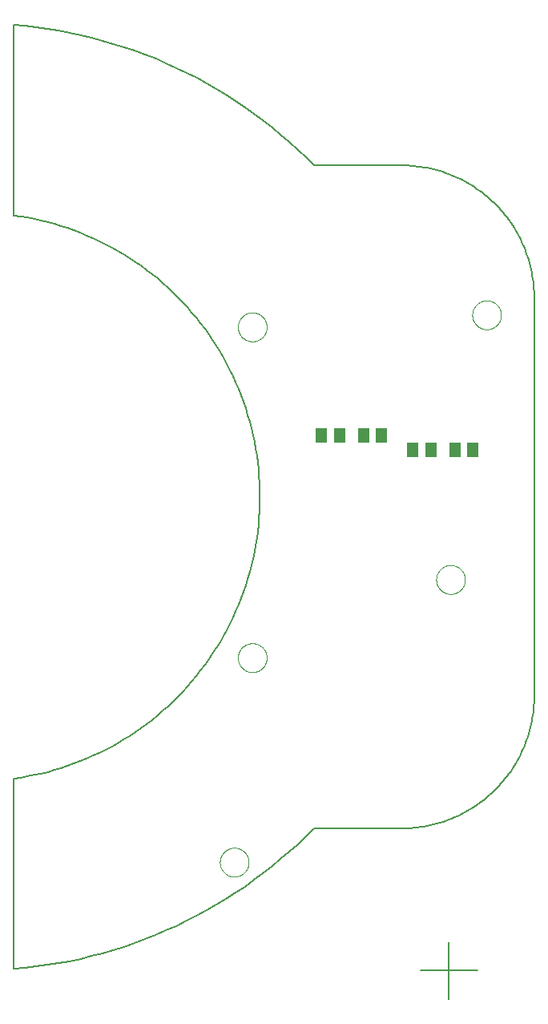
<source format=gbp>
G75*
%MOIN*%
%OFA0B0*%
%FSLAX25Y25*%
%IPPOS*%
%LPD*%
%AMOC8*
5,1,8,0,0,1.08239X$1,22.5*
%
%ADD10C,0.00600*%
%ADD11C,0.00000*%
%ADD12R,0.05118X0.05906*%
D10*
X0001300Y0013742D02*
X0001300Y0092906D01*
X0001300Y0013742D02*
X0005974Y0014173D01*
X0010636Y0014716D01*
X0015284Y0015369D01*
X0019914Y0016133D01*
X0024526Y0017008D01*
X0029115Y0017992D01*
X0033680Y0019085D01*
X0038217Y0020287D01*
X0042724Y0021596D01*
X0047198Y0023013D01*
X0051638Y0024536D01*
X0056040Y0026164D01*
X0060402Y0027897D01*
X0064721Y0029733D01*
X0068996Y0031672D01*
X0073223Y0033712D01*
X0077400Y0035852D01*
X0081525Y0038091D01*
X0085595Y0040428D01*
X0089609Y0042862D01*
X0093563Y0045390D01*
X0097456Y0048012D01*
X0101285Y0050726D01*
X0105049Y0053531D01*
X0108744Y0056424D01*
X0112370Y0059405D01*
X0115923Y0062471D01*
X0119403Y0065621D01*
X0122806Y0068854D01*
X0126131Y0072166D01*
X0162717Y0072166D01*
X0182402Y0024922D02*
X0182402Y0001300D01*
X0170591Y0013111D02*
X0194213Y0013111D01*
X0217835Y0127284D02*
X0217835Y0292639D01*
X0217819Y0293971D01*
X0217771Y0295302D01*
X0217690Y0296631D01*
X0217578Y0297959D01*
X0217433Y0299283D01*
X0217257Y0300603D01*
X0217048Y0301919D01*
X0216808Y0303229D01*
X0216536Y0304533D01*
X0216233Y0305830D01*
X0215899Y0307119D01*
X0215534Y0308400D01*
X0215137Y0309671D01*
X0214710Y0310933D01*
X0214253Y0312184D01*
X0213766Y0313424D01*
X0213249Y0314651D01*
X0212702Y0315866D01*
X0212126Y0317067D01*
X0211522Y0318254D01*
X0210888Y0319425D01*
X0210227Y0320582D01*
X0209538Y0321721D01*
X0208822Y0322844D01*
X0208078Y0323950D01*
X0207308Y0325037D01*
X0206513Y0326105D01*
X0205691Y0327153D01*
X0204845Y0328181D01*
X0203973Y0329189D01*
X0203078Y0330175D01*
X0202159Y0331140D01*
X0201218Y0332081D01*
X0200253Y0333000D01*
X0199267Y0333895D01*
X0198259Y0334767D01*
X0197231Y0335613D01*
X0196183Y0336435D01*
X0195115Y0337230D01*
X0194028Y0338000D01*
X0192922Y0338744D01*
X0191799Y0339460D01*
X0190660Y0340149D01*
X0189503Y0340810D01*
X0188332Y0341444D01*
X0187145Y0342048D01*
X0185944Y0342624D01*
X0184729Y0343171D01*
X0183502Y0343688D01*
X0182262Y0344175D01*
X0181011Y0344632D01*
X0179749Y0345059D01*
X0178478Y0345456D01*
X0177197Y0345821D01*
X0175908Y0346155D01*
X0174611Y0346458D01*
X0173307Y0346730D01*
X0171997Y0346970D01*
X0170681Y0347179D01*
X0169361Y0347355D01*
X0168037Y0347500D01*
X0166709Y0347612D01*
X0165380Y0347693D01*
X0164049Y0347741D01*
X0162717Y0347757D01*
X0126131Y0347757D01*
X0217835Y0127284D02*
X0217819Y0125952D01*
X0217771Y0124621D01*
X0217690Y0123292D01*
X0217578Y0121964D01*
X0217433Y0120640D01*
X0217257Y0119320D01*
X0217048Y0118004D01*
X0216808Y0116694D01*
X0216536Y0115390D01*
X0216233Y0114093D01*
X0215899Y0112804D01*
X0215534Y0111523D01*
X0215137Y0110252D01*
X0214710Y0108990D01*
X0214253Y0107739D01*
X0213766Y0106499D01*
X0213249Y0105272D01*
X0212702Y0104057D01*
X0212126Y0102856D01*
X0211522Y0101669D01*
X0210888Y0100498D01*
X0210227Y0099341D01*
X0209538Y0098202D01*
X0208822Y0097079D01*
X0208078Y0095973D01*
X0207308Y0094886D01*
X0206513Y0093818D01*
X0205691Y0092770D01*
X0204845Y0091742D01*
X0203973Y0090734D01*
X0203078Y0089748D01*
X0202159Y0088783D01*
X0201218Y0087842D01*
X0200253Y0086923D01*
X0199267Y0086028D01*
X0198259Y0085156D01*
X0197231Y0084310D01*
X0196183Y0083488D01*
X0195115Y0082693D01*
X0194028Y0081923D01*
X0192922Y0081179D01*
X0191799Y0080463D01*
X0190660Y0079774D01*
X0189503Y0079113D01*
X0188332Y0078479D01*
X0187145Y0077875D01*
X0185944Y0077299D01*
X0184729Y0076752D01*
X0183502Y0076235D01*
X0182262Y0075748D01*
X0181011Y0075291D01*
X0179749Y0074864D01*
X0178478Y0074467D01*
X0177197Y0074102D01*
X0175908Y0073768D01*
X0174611Y0073465D01*
X0173307Y0073193D01*
X0171997Y0072953D01*
X0170681Y0072744D01*
X0169361Y0072568D01*
X0168037Y0072423D01*
X0166709Y0072311D01*
X0165380Y0072230D01*
X0164049Y0072182D01*
X0162717Y0072166D01*
X0001300Y0092906D02*
X0004146Y0093324D01*
X0006981Y0093811D01*
X0009804Y0094368D01*
X0012612Y0094993D01*
X0015404Y0095686D01*
X0018178Y0096447D01*
X0020933Y0097275D01*
X0023667Y0098170D01*
X0026378Y0099131D01*
X0029065Y0100159D01*
X0031727Y0101251D01*
X0034361Y0102408D01*
X0036965Y0103628D01*
X0039540Y0104912D01*
X0042082Y0106258D01*
X0044591Y0107666D01*
X0047065Y0109134D01*
X0049502Y0110662D01*
X0051902Y0112249D01*
X0054262Y0113894D01*
X0056581Y0115596D01*
X0058858Y0117353D01*
X0061092Y0119166D01*
X0063281Y0121033D01*
X0065424Y0122952D01*
X0067519Y0124923D01*
X0069566Y0126945D01*
X0071563Y0129016D01*
X0073509Y0131134D01*
X0075402Y0133300D01*
X0077243Y0135511D01*
X0079029Y0137766D01*
X0080759Y0140064D01*
X0082433Y0142404D01*
X0084050Y0144783D01*
X0085608Y0147201D01*
X0087107Y0149657D01*
X0088545Y0152148D01*
X0089923Y0154674D01*
X0091238Y0157232D01*
X0092491Y0159821D01*
X0093681Y0162441D01*
X0094806Y0165088D01*
X0095866Y0167763D01*
X0096861Y0170462D01*
X0097790Y0173184D01*
X0098653Y0175929D01*
X0099448Y0178693D01*
X0100176Y0181477D01*
X0100835Y0184277D01*
X0101427Y0187092D01*
X0101949Y0189921D01*
X0102403Y0192762D01*
X0102787Y0195612D01*
X0103102Y0198472D01*
X0103347Y0201338D01*
X0103522Y0204210D01*
X0103627Y0207084D01*
X0103662Y0209961D01*
X0103627Y0212838D01*
X0103522Y0215712D01*
X0103347Y0218584D01*
X0103102Y0221450D01*
X0102787Y0224310D01*
X0102403Y0227160D01*
X0101949Y0230001D01*
X0101427Y0232830D01*
X0100835Y0235645D01*
X0100176Y0238445D01*
X0099448Y0241229D01*
X0098653Y0243993D01*
X0097790Y0246738D01*
X0096861Y0249460D01*
X0095866Y0252159D01*
X0094806Y0254834D01*
X0093681Y0257481D01*
X0092491Y0260101D01*
X0091238Y0262690D01*
X0089923Y0265248D01*
X0088545Y0267774D01*
X0087107Y0270265D01*
X0085608Y0272721D01*
X0084050Y0275139D01*
X0082433Y0277518D01*
X0080759Y0279858D01*
X0079029Y0282156D01*
X0077243Y0284411D01*
X0075402Y0286622D01*
X0073509Y0288788D01*
X0071563Y0290906D01*
X0069566Y0292977D01*
X0067519Y0294999D01*
X0065424Y0296970D01*
X0063281Y0298889D01*
X0061092Y0300756D01*
X0058858Y0302569D01*
X0056581Y0304326D01*
X0054262Y0306028D01*
X0051902Y0307673D01*
X0049502Y0309260D01*
X0047065Y0310788D01*
X0044591Y0312256D01*
X0042082Y0313664D01*
X0039540Y0315010D01*
X0036965Y0316294D01*
X0034361Y0317514D01*
X0031727Y0318671D01*
X0029065Y0319763D01*
X0026378Y0320791D01*
X0023667Y0321752D01*
X0020933Y0322647D01*
X0018178Y0323475D01*
X0015404Y0324236D01*
X0012612Y0324929D01*
X0009804Y0325554D01*
X0006981Y0326111D01*
X0004146Y0326598D01*
X0001300Y0327016D01*
X0001300Y0327017D02*
X0001300Y0406220D01*
X0005974Y0405787D01*
X0010636Y0405244D01*
X0015285Y0404589D01*
X0019916Y0403823D01*
X0024528Y0402948D01*
X0029117Y0401962D01*
X0033682Y0400868D01*
X0038219Y0399665D01*
X0042726Y0398354D01*
X0047201Y0396936D01*
X0051641Y0395412D01*
X0056043Y0393782D01*
X0060405Y0392048D01*
X0064725Y0390210D01*
X0068999Y0388270D01*
X0073226Y0386229D01*
X0077403Y0384087D01*
X0081528Y0381847D01*
X0085598Y0379508D01*
X0089612Y0377074D01*
X0093566Y0374544D01*
X0097458Y0371921D01*
X0101288Y0369205D01*
X0105051Y0366400D01*
X0108746Y0363505D01*
X0112371Y0360523D01*
X0115924Y0357455D01*
X0119403Y0354304D01*
X0122806Y0351070D01*
X0126131Y0347756D01*
D11*
X0094552Y0280611D02*
X0094554Y0280765D01*
X0094560Y0280920D01*
X0094570Y0281074D01*
X0094584Y0281228D01*
X0094602Y0281381D01*
X0094623Y0281534D01*
X0094649Y0281687D01*
X0094679Y0281838D01*
X0094712Y0281989D01*
X0094750Y0282139D01*
X0094791Y0282288D01*
X0094836Y0282436D01*
X0094885Y0282582D01*
X0094938Y0282728D01*
X0094994Y0282871D01*
X0095054Y0283014D01*
X0095118Y0283154D01*
X0095185Y0283294D01*
X0095256Y0283431D01*
X0095330Y0283566D01*
X0095408Y0283700D01*
X0095489Y0283831D01*
X0095574Y0283960D01*
X0095662Y0284088D01*
X0095753Y0284212D01*
X0095847Y0284335D01*
X0095945Y0284455D01*
X0096045Y0284572D01*
X0096149Y0284687D01*
X0096255Y0284799D01*
X0096364Y0284908D01*
X0096476Y0285014D01*
X0096591Y0285118D01*
X0096708Y0285218D01*
X0096828Y0285316D01*
X0096951Y0285410D01*
X0097075Y0285501D01*
X0097203Y0285589D01*
X0097332Y0285674D01*
X0097463Y0285755D01*
X0097597Y0285833D01*
X0097732Y0285907D01*
X0097869Y0285978D01*
X0098009Y0286045D01*
X0098149Y0286109D01*
X0098292Y0286169D01*
X0098435Y0286225D01*
X0098581Y0286278D01*
X0098727Y0286327D01*
X0098875Y0286372D01*
X0099024Y0286413D01*
X0099174Y0286451D01*
X0099325Y0286484D01*
X0099476Y0286514D01*
X0099629Y0286540D01*
X0099782Y0286561D01*
X0099935Y0286579D01*
X0100089Y0286593D01*
X0100243Y0286603D01*
X0100398Y0286609D01*
X0100552Y0286611D01*
X0100706Y0286609D01*
X0100861Y0286603D01*
X0101015Y0286593D01*
X0101169Y0286579D01*
X0101322Y0286561D01*
X0101475Y0286540D01*
X0101628Y0286514D01*
X0101779Y0286484D01*
X0101930Y0286451D01*
X0102080Y0286413D01*
X0102229Y0286372D01*
X0102377Y0286327D01*
X0102523Y0286278D01*
X0102669Y0286225D01*
X0102812Y0286169D01*
X0102955Y0286109D01*
X0103095Y0286045D01*
X0103235Y0285978D01*
X0103372Y0285907D01*
X0103507Y0285833D01*
X0103641Y0285755D01*
X0103772Y0285674D01*
X0103901Y0285589D01*
X0104029Y0285501D01*
X0104153Y0285410D01*
X0104276Y0285316D01*
X0104396Y0285218D01*
X0104513Y0285118D01*
X0104628Y0285014D01*
X0104740Y0284908D01*
X0104849Y0284799D01*
X0104955Y0284687D01*
X0105059Y0284572D01*
X0105159Y0284455D01*
X0105257Y0284335D01*
X0105351Y0284212D01*
X0105442Y0284088D01*
X0105530Y0283960D01*
X0105615Y0283831D01*
X0105696Y0283700D01*
X0105774Y0283566D01*
X0105848Y0283431D01*
X0105919Y0283294D01*
X0105986Y0283154D01*
X0106050Y0283014D01*
X0106110Y0282871D01*
X0106166Y0282728D01*
X0106219Y0282582D01*
X0106268Y0282436D01*
X0106313Y0282288D01*
X0106354Y0282139D01*
X0106392Y0281989D01*
X0106425Y0281838D01*
X0106455Y0281687D01*
X0106481Y0281534D01*
X0106502Y0281381D01*
X0106520Y0281228D01*
X0106534Y0281074D01*
X0106544Y0280920D01*
X0106550Y0280765D01*
X0106552Y0280611D01*
X0106550Y0280457D01*
X0106544Y0280302D01*
X0106534Y0280148D01*
X0106520Y0279994D01*
X0106502Y0279841D01*
X0106481Y0279688D01*
X0106455Y0279535D01*
X0106425Y0279384D01*
X0106392Y0279233D01*
X0106354Y0279083D01*
X0106313Y0278934D01*
X0106268Y0278786D01*
X0106219Y0278640D01*
X0106166Y0278494D01*
X0106110Y0278351D01*
X0106050Y0278208D01*
X0105986Y0278068D01*
X0105919Y0277928D01*
X0105848Y0277791D01*
X0105774Y0277656D01*
X0105696Y0277522D01*
X0105615Y0277391D01*
X0105530Y0277262D01*
X0105442Y0277134D01*
X0105351Y0277010D01*
X0105257Y0276887D01*
X0105159Y0276767D01*
X0105059Y0276650D01*
X0104955Y0276535D01*
X0104849Y0276423D01*
X0104740Y0276314D01*
X0104628Y0276208D01*
X0104513Y0276104D01*
X0104396Y0276004D01*
X0104276Y0275906D01*
X0104153Y0275812D01*
X0104029Y0275721D01*
X0103901Y0275633D01*
X0103772Y0275548D01*
X0103641Y0275467D01*
X0103507Y0275389D01*
X0103372Y0275315D01*
X0103235Y0275244D01*
X0103095Y0275177D01*
X0102955Y0275113D01*
X0102812Y0275053D01*
X0102669Y0274997D01*
X0102523Y0274944D01*
X0102377Y0274895D01*
X0102229Y0274850D01*
X0102080Y0274809D01*
X0101930Y0274771D01*
X0101779Y0274738D01*
X0101628Y0274708D01*
X0101475Y0274682D01*
X0101322Y0274661D01*
X0101169Y0274643D01*
X0101015Y0274629D01*
X0100861Y0274619D01*
X0100706Y0274613D01*
X0100552Y0274611D01*
X0100398Y0274613D01*
X0100243Y0274619D01*
X0100089Y0274629D01*
X0099935Y0274643D01*
X0099782Y0274661D01*
X0099629Y0274682D01*
X0099476Y0274708D01*
X0099325Y0274738D01*
X0099174Y0274771D01*
X0099024Y0274809D01*
X0098875Y0274850D01*
X0098727Y0274895D01*
X0098581Y0274944D01*
X0098435Y0274997D01*
X0098292Y0275053D01*
X0098149Y0275113D01*
X0098009Y0275177D01*
X0097869Y0275244D01*
X0097732Y0275315D01*
X0097597Y0275389D01*
X0097463Y0275467D01*
X0097332Y0275548D01*
X0097203Y0275633D01*
X0097075Y0275721D01*
X0096951Y0275812D01*
X0096828Y0275906D01*
X0096708Y0276004D01*
X0096591Y0276104D01*
X0096476Y0276208D01*
X0096364Y0276314D01*
X0096255Y0276423D01*
X0096149Y0276535D01*
X0096045Y0276650D01*
X0095945Y0276767D01*
X0095847Y0276887D01*
X0095753Y0277010D01*
X0095662Y0277134D01*
X0095574Y0277262D01*
X0095489Y0277391D01*
X0095408Y0277522D01*
X0095330Y0277656D01*
X0095256Y0277791D01*
X0095185Y0277928D01*
X0095118Y0278068D01*
X0095054Y0278208D01*
X0094994Y0278351D01*
X0094938Y0278494D01*
X0094885Y0278640D01*
X0094836Y0278786D01*
X0094791Y0278934D01*
X0094750Y0279083D01*
X0094712Y0279233D01*
X0094679Y0279384D01*
X0094649Y0279535D01*
X0094623Y0279688D01*
X0094602Y0279841D01*
X0094584Y0279994D01*
X0094570Y0280148D01*
X0094560Y0280302D01*
X0094554Y0280457D01*
X0094552Y0280611D01*
X0094552Y0143111D02*
X0094554Y0143265D01*
X0094560Y0143420D01*
X0094570Y0143574D01*
X0094584Y0143728D01*
X0094602Y0143881D01*
X0094623Y0144034D01*
X0094649Y0144187D01*
X0094679Y0144338D01*
X0094712Y0144489D01*
X0094750Y0144639D01*
X0094791Y0144788D01*
X0094836Y0144936D01*
X0094885Y0145082D01*
X0094938Y0145228D01*
X0094994Y0145371D01*
X0095054Y0145514D01*
X0095118Y0145654D01*
X0095185Y0145794D01*
X0095256Y0145931D01*
X0095330Y0146066D01*
X0095408Y0146200D01*
X0095489Y0146331D01*
X0095574Y0146460D01*
X0095662Y0146588D01*
X0095753Y0146712D01*
X0095847Y0146835D01*
X0095945Y0146955D01*
X0096045Y0147072D01*
X0096149Y0147187D01*
X0096255Y0147299D01*
X0096364Y0147408D01*
X0096476Y0147514D01*
X0096591Y0147618D01*
X0096708Y0147718D01*
X0096828Y0147816D01*
X0096951Y0147910D01*
X0097075Y0148001D01*
X0097203Y0148089D01*
X0097332Y0148174D01*
X0097463Y0148255D01*
X0097597Y0148333D01*
X0097732Y0148407D01*
X0097869Y0148478D01*
X0098009Y0148545D01*
X0098149Y0148609D01*
X0098292Y0148669D01*
X0098435Y0148725D01*
X0098581Y0148778D01*
X0098727Y0148827D01*
X0098875Y0148872D01*
X0099024Y0148913D01*
X0099174Y0148951D01*
X0099325Y0148984D01*
X0099476Y0149014D01*
X0099629Y0149040D01*
X0099782Y0149061D01*
X0099935Y0149079D01*
X0100089Y0149093D01*
X0100243Y0149103D01*
X0100398Y0149109D01*
X0100552Y0149111D01*
X0100706Y0149109D01*
X0100861Y0149103D01*
X0101015Y0149093D01*
X0101169Y0149079D01*
X0101322Y0149061D01*
X0101475Y0149040D01*
X0101628Y0149014D01*
X0101779Y0148984D01*
X0101930Y0148951D01*
X0102080Y0148913D01*
X0102229Y0148872D01*
X0102377Y0148827D01*
X0102523Y0148778D01*
X0102669Y0148725D01*
X0102812Y0148669D01*
X0102955Y0148609D01*
X0103095Y0148545D01*
X0103235Y0148478D01*
X0103372Y0148407D01*
X0103507Y0148333D01*
X0103641Y0148255D01*
X0103772Y0148174D01*
X0103901Y0148089D01*
X0104029Y0148001D01*
X0104153Y0147910D01*
X0104276Y0147816D01*
X0104396Y0147718D01*
X0104513Y0147618D01*
X0104628Y0147514D01*
X0104740Y0147408D01*
X0104849Y0147299D01*
X0104955Y0147187D01*
X0105059Y0147072D01*
X0105159Y0146955D01*
X0105257Y0146835D01*
X0105351Y0146712D01*
X0105442Y0146588D01*
X0105530Y0146460D01*
X0105615Y0146331D01*
X0105696Y0146200D01*
X0105774Y0146066D01*
X0105848Y0145931D01*
X0105919Y0145794D01*
X0105986Y0145654D01*
X0106050Y0145514D01*
X0106110Y0145371D01*
X0106166Y0145228D01*
X0106219Y0145082D01*
X0106268Y0144936D01*
X0106313Y0144788D01*
X0106354Y0144639D01*
X0106392Y0144489D01*
X0106425Y0144338D01*
X0106455Y0144187D01*
X0106481Y0144034D01*
X0106502Y0143881D01*
X0106520Y0143728D01*
X0106534Y0143574D01*
X0106544Y0143420D01*
X0106550Y0143265D01*
X0106552Y0143111D01*
X0106550Y0142957D01*
X0106544Y0142802D01*
X0106534Y0142648D01*
X0106520Y0142494D01*
X0106502Y0142341D01*
X0106481Y0142188D01*
X0106455Y0142035D01*
X0106425Y0141884D01*
X0106392Y0141733D01*
X0106354Y0141583D01*
X0106313Y0141434D01*
X0106268Y0141286D01*
X0106219Y0141140D01*
X0106166Y0140994D01*
X0106110Y0140851D01*
X0106050Y0140708D01*
X0105986Y0140568D01*
X0105919Y0140428D01*
X0105848Y0140291D01*
X0105774Y0140156D01*
X0105696Y0140022D01*
X0105615Y0139891D01*
X0105530Y0139762D01*
X0105442Y0139634D01*
X0105351Y0139510D01*
X0105257Y0139387D01*
X0105159Y0139267D01*
X0105059Y0139150D01*
X0104955Y0139035D01*
X0104849Y0138923D01*
X0104740Y0138814D01*
X0104628Y0138708D01*
X0104513Y0138604D01*
X0104396Y0138504D01*
X0104276Y0138406D01*
X0104153Y0138312D01*
X0104029Y0138221D01*
X0103901Y0138133D01*
X0103772Y0138048D01*
X0103641Y0137967D01*
X0103507Y0137889D01*
X0103372Y0137815D01*
X0103235Y0137744D01*
X0103095Y0137677D01*
X0102955Y0137613D01*
X0102812Y0137553D01*
X0102669Y0137497D01*
X0102523Y0137444D01*
X0102377Y0137395D01*
X0102229Y0137350D01*
X0102080Y0137309D01*
X0101930Y0137271D01*
X0101779Y0137238D01*
X0101628Y0137208D01*
X0101475Y0137182D01*
X0101322Y0137161D01*
X0101169Y0137143D01*
X0101015Y0137129D01*
X0100861Y0137119D01*
X0100706Y0137113D01*
X0100552Y0137111D01*
X0100398Y0137113D01*
X0100243Y0137119D01*
X0100089Y0137129D01*
X0099935Y0137143D01*
X0099782Y0137161D01*
X0099629Y0137182D01*
X0099476Y0137208D01*
X0099325Y0137238D01*
X0099174Y0137271D01*
X0099024Y0137309D01*
X0098875Y0137350D01*
X0098727Y0137395D01*
X0098581Y0137444D01*
X0098435Y0137497D01*
X0098292Y0137553D01*
X0098149Y0137613D01*
X0098009Y0137677D01*
X0097869Y0137744D01*
X0097732Y0137815D01*
X0097597Y0137889D01*
X0097463Y0137967D01*
X0097332Y0138048D01*
X0097203Y0138133D01*
X0097075Y0138221D01*
X0096951Y0138312D01*
X0096828Y0138406D01*
X0096708Y0138504D01*
X0096591Y0138604D01*
X0096476Y0138708D01*
X0096364Y0138814D01*
X0096255Y0138923D01*
X0096149Y0139035D01*
X0096045Y0139150D01*
X0095945Y0139267D01*
X0095847Y0139387D01*
X0095753Y0139510D01*
X0095662Y0139634D01*
X0095574Y0139762D01*
X0095489Y0139891D01*
X0095408Y0140022D01*
X0095330Y0140156D01*
X0095256Y0140291D01*
X0095185Y0140428D01*
X0095118Y0140568D01*
X0095054Y0140708D01*
X0094994Y0140851D01*
X0094938Y0140994D01*
X0094885Y0141140D01*
X0094836Y0141286D01*
X0094791Y0141434D01*
X0094750Y0141583D01*
X0094712Y0141733D01*
X0094679Y0141884D01*
X0094649Y0142035D01*
X0094623Y0142188D01*
X0094602Y0142341D01*
X0094584Y0142494D01*
X0094570Y0142648D01*
X0094560Y0142802D01*
X0094554Y0142957D01*
X0094552Y0143111D01*
X0087052Y0058111D02*
X0087054Y0058265D01*
X0087060Y0058420D01*
X0087070Y0058574D01*
X0087084Y0058728D01*
X0087102Y0058881D01*
X0087123Y0059034D01*
X0087149Y0059187D01*
X0087179Y0059338D01*
X0087212Y0059489D01*
X0087250Y0059639D01*
X0087291Y0059788D01*
X0087336Y0059936D01*
X0087385Y0060082D01*
X0087438Y0060228D01*
X0087494Y0060371D01*
X0087554Y0060514D01*
X0087618Y0060654D01*
X0087685Y0060794D01*
X0087756Y0060931D01*
X0087830Y0061066D01*
X0087908Y0061200D01*
X0087989Y0061331D01*
X0088074Y0061460D01*
X0088162Y0061588D01*
X0088253Y0061712D01*
X0088347Y0061835D01*
X0088445Y0061955D01*
X0088545Y0062072D01*
X0088649Y0062187D01*
X0088755Y0062299D01*
X0088864Y0062408D01*
X0088976Y0062514D01*
X0089091Y0062618D01*
X0089208Y0062718D01*
X0089328Y0062816D01*
X0089451Y0062910D01*
X0089575Y0063001D01*
X0089703Y0063089D01*
X0089832Y0063174D01*
X0089963Y0063255D01*
X0090097Y0063333D01*
X0090232Y0063407D01*
X0090369Y0063478D01*
X0090509Y0063545D01*
X0090649Y0063609D01*
X0090792Y0063669D01*
X0090935Y0063725D01*
X0091081Y0063778D01*
X0091227Y0063827D01*
X0091375Y0063872D01*
X0091524Y0063913D01*
X0091674Y0063951D01*
X0091825Y0063984D01*
X0091976Y0064014D01*
X0092129Y0064040D01*
X0092282Y0064061D01*
X0092435Y0064079D01*
X0092589Y0064093D01*
X0092743Y0064103D01*
X0092898Y0064109D01*
X0093052Y0064111D01*
X0093206Y0064109D01*
X0093361Y0064103D01*
X0093515Y0064093D01*
X0093669Y0064079D01*
X0093822Y0064061D01*
X0093975Y0064040D01*
X0094128Y0064014D01*
X0094279Y0063984D01*
X0094430Y0063951D01*
X0094580Y0063913D01*
X0094729Y0063872D01*
X0094877Y0063827D01*
X0095023Y0063778D01*
X0095169Y0063725D01*
X0095312Y0063669D01*
X0095455Y0063609D01*
X0095595Y0063545D01*
X0095735Y0063478D01*
X0095872Y0063407D01*
X0096007Y0063333D01*
X0096141Y0063255D01*
X0096272Y0063174D01*
X0096401Y0063089D01*
X0096529Y0063001D01*
X0096653Y0062910D01*
X0096776Y0062816D01*
X0096896Y0062718D01*
X0097013Y0062618D01*
X0097128Y0062514D01*
X0097240Y0062408D01*
X0097349Y0062299D01*
X0097455Y0062187D01*
X0097559Y0062072D01*
X0097659Y0061955D01*
X0097757Y0061835D01*
X0097851Y0061712D01*
X0097942Y0061588D01*
X0098030Y0061460D01*
X0098115Y0061331D01*
X0098196Y0061200D01*
X0098274Y0061066D01*
X0098348Y0060931D01*
X0098419Y0060794D01*
X0098486Y0060654D01*
X0098550Y0060514D01*
X0098610Y0060371D01*
X0098666Y0060228D01*
X0098719Y0060082D01*
X0098768Y0059936D01*
X0098813Y0059788D01*
X0098854Y0059639D01*
X0098892Y0059489D01*
X0098925Y0059338D01*
X0098955Y0059187D01*
X0098981Y0059034D01*
X0099002Y0058881D01*
X0099020Y0058728D01*
X0099034Y0058574D01*
X0099044Y0058420D01*
X0099050Y0058265D01*
X0099052Y0058111D01*
X0099050Y0057957D01*
X0099044Y0057802D01*
X0099034Y0057648D01*
X0099020Y0057494D01*
X0099002Y0057341D01*
X0098981Y0057188D01*
X0098955Y0057035D01*
X0098925Y0056884D01*
X0098892Y0056733D01*
X0098854Y0056583D01*
X0098813Y0056434D01*
X0098768Y0056286D01*
X0098719Y0056140D01*
X0098666Y0055994D01*
X0098610Y0055851D01*
X0098550Y0055708D01*
X0098486Y0055568D01*
X0098419Y0055428D01*
X0098348Y0055291D01*
X0098274Y0055156D01*
X0098196Y0055022D01*
X0098115Y0054891D01*
X0098030Y0054762D01*
X0097942Y0054634D01*
X0097851Y0054510D01*
X0097757Y0054387D01*
X0097659Y0054267D01*
X0097559Y0054150D01*
X0097455Y0054035D01*
X0097349Y0053923D01*
X0097240Y0053814D01*
X0097128Y0053708D01*
X0097013Y0053604D01*
X0096896Y0053504D01*
X0096776Y0053406D01*
X0096653Y0053312D01*
X0096529Y0053221D01*
X0096401Y0053133D01*
X0096272Y0053048D01*
X0096141Y0052967D01*
X0096007Y0052889D01*
X0095872Y0052815D01*
X0095735Y0052744D01*
X0095595Y0052677D01*
X0095455Y0052613D01*
X0095312Y0052553D01*
X0095169Y0052497D01*
X0095023Y0052444D01*
X0094877Y0052395D01*
X0094729Y0052350D01*
X0094580Y0052309D01*
X0094430Y0052271D01*
X0094279Y0052238D01*
X0094128Y0052208D01*
X0093975Y0052182D01*
X0093822Y0052161D01*
X0093669Y0052143D01*
X0093515Y0052129D01*
X0093361Y0052119D01*
X0093206Y0052113D01*
X0093052Y0052111D01*
X0092898Y0052113D01*
X0092743Y0052119D01*
X0092589Y0052129D01*
X0092435Y0052143D01*
X0092282Y0052161D01*
X0092129Y0052182D01*
X0091976Y0052208D01*
X0091825Y0052238D01*
X0091674Y0052271D01*
X0091524Y0052309D01*
X0091375Y0052350D01*
X0091227Y0052395D01*
X0091081Y0052444D01*
X0090935Y0052497D01*
X0090792Y0052553D01*
X0090649Y0052613D01*
X0090509Y0052677D01*
X0090369Y0052744D01*
X0090232Y0052815D01*
X0090097Y0052889D01*
X0089963Y0052967D01*
X0089832Y0053048D01*
X0089703Y0053133D01*
X0089575Y0053221D01*
X0089451Y0053312D01*
X0089328Y0053406D01*
X0089208Y0053504D01*
X0089091Y0053604D01*
X0088976Y0053708D01*
X0088864Y0053814D01*
X0088755Y0053923D01*
X0088649Y0054035D01*
X0088545Y0054150D01*
X0088445Y0054267D01*
X0088347Y0054387D01*
X0088253Y0054510D01*
X0088162Y0054634D01*
X0088074Y0054762D01*
X0087989Y0054891D01*
X0087908Y0055022D01*
X0087830Y0055156D01*
X0087756Y0055291D01*
X0087685Y0055428D01*
X0087618Y0055568D01*
X0087554Y0055708D01*
X0087494Y0055851D01*
X0087438Y0055994D01*
X0087385Y0056140D01*
X0087336Y0056286D01*
X0087291Y0056434D01*
X0087250Y0056583D01*
X0087212Y0056733D01*
X0087179Y0056884D01*
X0087149Y0057035D01*
X0087123Y0057188D01*
X0087102Y0057341D01*
X0087084Y0057494D01*
X0087070Y0057648D01*
X0087060Y0057802D01*
X0087054Y0057957D01*
X0087052Y0058111D01*
X0177052Y0175611D02*
X0177054Y0175765D01*
X0177060Y0175920D01*
X0177070Y0176074D01*
X0177084Y0176228D01*
X0177102Y0176381D01*
X0177123Y0176534D01*
X0177149Y0176687D01*
X0177179Y0176838D01*
X0177212Y0176989D01*
X0177250Y0177139D01*
X0177291Y0177288D01*
X0177336Y0177436D01*
X0177385Y0177582D01*
X0177438Y0177728D01*
X0177494Y0177871D01*
X0177554Y0178014D01*
X0177618Y0178154D01*
X0177685Y0178294D01*
X0177756Y0178431D01*
X0177830Y0178566D01*
X0177908Y0178700D01*
X0177989Y0178831D01*
X0178074Y0178960D01*
X0178162Y0179088D01*
X0178253Y0179212D01*
X0178347Y0179335D01*
X0178445Y0179455D01*
X0178545Y0179572D01*
X0178649Y0179687D01*
X0178755Y0179799D01*
X0178864Y0179908D01*
X0178976Y0180014D01*
X0179091Y0180118D01*
X0179208Y0180218D01*
X0179328Y0180316D01*
X0179451Y0180410D01*
X0179575Y0180501D01*
X0179703Y0180589D01*
X0179832Y0180674D01*
X0179963Y0180755D01*
X0180097Y0180833D01*
X0180232Y0180907D01*
X0180369Y0180978D01*
X0180509Y0181045D01*
X0180649Y0181109D01*
X0180792Y0181169D01*
X0180935Y0181225D01*
X0181081Y0181278D01*
X0181227Y0181327D01*
X0181375Y0181372D01*
X0181524Y0181413D01*
X0181674Y0181451D01*
X0181825Y0181484D01*
X0181976Y0181514D01*
X0182129Y0181540D01*
X0182282Y0181561D01*
X0182435Y0181579D01*
X0182589Y0181593D01*
X0182743Y0181603D01*
X0182898Y0181609D01*
X0183052Y0181611D01*
X0183206Y0181609D01*
X0183361Y0181603D01*
X0183515Y0181593D01*
X0183669Y0181579D01*
X0183822Y0181561D01*
X0183975Y0181540D01*
X0184128Y0181514D01*
X0184279Y0181484D01*
X0184430Y0181451D01*
X0184580Y0181413D01*
X0184729Y0181372D01*
X0184877Y0181327D01*
X0185023Y0181278D01*
X0185169Y0181225D01*
X0185312Y0181169D01*
X0185455Y0181109D01*
X0185595Y0181045D01*
X0185735Y0180978D01*
X0185872Y0180907D01*
X0186007Y0180833D01*
X0186141Y0180755D01*
X0186272Y0180674D01*
X0186401Y0180589D01*
X0186529Y0180501D01*
X0186653Y0180410D01*
X0186776Y0180316D01*
X0186896Y0180218D01*
X0187013Y0180118D01*
X0187128Y0180014D01*
X0187240Y0179908D01*
X0187349Y0179799D01*
X0187455Y0179687D01*
X0187559Y0179572D01*
X0187659Y0179455D01*
X0187757Y0179335D01*
X0187851Y0179212D01*
X0187942Y0179088D01*
X0188030Y0178960D01*
X0188115Y0178831D01*
X0188196Y0178700D01*
X0188274Y0178566D01*
X0188348Y0178431D01*
X0188419Y0178294D01*
X0188486Y0178154D01*
X0188550Y0178014D01*
X0188610Y0177871D01*
X0188666Y0177728D01*
X0188719Y0177582D01*
X0188768Y0177436D01*
X0188813Y0177288D01*
X0188854Y0177139D01*
X0188892Y0176989D01*
X0188925Y0176838D01*
X0188955Y0176687D01*
X0188981Y0176534D01*
X0189002Y0176381D01*
X0189020Y0176228D01*
X0189034Y0176074D01*
X0189044Y0175920D01*
X0189050Y0175765D01*
X0189052Y0175611D01*
X0189050Y0175457D01*
X0189044Y0175302D01*
X0189034Y0175148D01*
X0189020Y0174994D01*
X0189002Y0174841D01*
X0188981Y0174688D01*
X0188955Y0174535D01*
X0188925Y0174384D01*
X0188892Y0174233D01*
X0188854Y0174083D01*
X0188813Y0173934D01*
X0188768Y0173786D01*
X0188719Y0173640D01*
X0188666Y0173494D01*
X0188610Y0173351D01*
X0188550Y0173208D01*
X0188486Y0173068D01*
X0188419Y0172928D01*
X0188348Y0172791D01*
X0188274Y0172656D01*
X0188196Y0172522D01*
X0188115Y0172391D01*
X0188030Y0172262D01*
X0187942Y0172134D01*
X0187851Y0172010D01*
X0187757Y0171887D01*
X0187659Y0171767D01*
X0187559Y0171650D01*
X0187455Y0171535D01*
X0187349Y0171423D01*
X0187240Y0171314D01*
X0187128Y0171208D01*
X0187013Y0171104D01*
X0186896Y0171004D01*
X0186776Y0170906D01*
X0186653Y0170812D01*
X0186529Y0170721D01*
X0186401Y0170633D01*
X0186272Y0170548D01*
X0186141Y0170467D01*
X0186007Y0170389D01*
X0185872Y0170315D01*
X0185735Y0170244D01*
X0185595Y0170177D01*
X0185455Y0170113D01*
X0185312Y0170053D01*
X0185169Y0169997D01*
X0185023Y0169944D01*
X0184877Y0169895D01*
X0184729Y0169850D01*
X0184580Y0169809D01*
X0184430Y0169771D01*
X0184279Y0169738D01*
X0184128Y0169708D01*
X0183975Y0169682D01*
X0183822Y0169661D01*
X0183669Y0169643D01*
X0183515Y0169629D01*
X0183361Y0169619D01*
X0183206Y0169613D01*
X0183052Y0169611D01*
X0182898Y0169613D01*
X0182743Y0169619D01*
X0182589Y0169629D01*
X0182435Y0169643D01*
X0182282Y0169661D01*
X0182129Y0169682D01*
X0181976Y0169708D01*
X0181825Y0169738D01*
X0181674Y0169771D01*
X0181524Y0169809D01*
X0181375Y0169850D01*
X0181227Y0169895D01*
X0181081Y0169944D01*
X0180935Y0169997D01*
X0180792Y0170053D01*
X0180649Y0170113D01*
X0180509Y0170177D01*
X0180369Y0170244D01*
X0180232Y0170315D01*
X0180097Y0170389D01*
X0179963Y0170467D01*
X0179832Y0170548D01*
X0179703Y0170633D01*
X0179575Y0170721D01*
X0179451Y0170812D01*
X0179328Y0170906D01*
X0179208Y0171004D01*
X0179091Y0171104D01*
X0178976Y0171208D01*
X0178864Y0171314D01*
X0178755Y0171423D01*
X0178649Y0171535D01*
X0178545Y0171650D01*
X0178445Y0171767D01*
X0178347Y0171887D01*
X0178253Y0172010D01*
X0178162Y0172134D01*
X0178074Y0172262D01*
X0177989Y0172391D01*
X0177908Y0172522D01*
X0177830Y0172656D01*
X0177756Y0172791D01*
X0177685Y0172928D01*
X0177618Y0173068D01*
X0177554Y0173208D01*
X0177494Y0173351D01*
X0177438Y0173494D01*
X0177385Y0173640D01*
X0177336Y0173786D01*
X0177291Y0173934D01*
X0177250Y0174083D01*
X0177212Y0174233D01*
X0177179Y0174384D01*
X0177149Y0174535D01*
X0177123Y0174688D01*
X0177102Y0174841D01*
X0177084Y0174994D01*
X0177070Y0175148D01*
X0177060Y0175302D01*
X0177054Y0175457D01*
X0177052Y0175611D01*
X0192052Y0285611D02*
X0192054Y0285765D01*
X0192060Y0285920D01*
X0192070Y0286074D01*
X0192084Y0286228D01*
X0192102Y0286381D01*
X0192123Y0286534D01*
X0192149Y0286687D01*
X0192179Y0286838D01*
X0192212Y0286989D01*
X0192250Y0287139D01*
X0192291Y0287288D01*
X0192336Y0287436D01*
X0192385Y0287582D01*
X0192438Y0287728D01*
X0192494Y0287871D01*
X0192554Y0288014D01*
X0192618Y0288154D01*
X0192685Y0288294D01*
X0192756Y0288431D01*
X0192830Y0288566D01*
X0192908Y0288700D01*
X0192989Y0288831D01*
X0193074Y0288960D01*
X0193162Y0289088D01*
X0193253Y0289212D01*
X0193347Y0289335D01*
X0193445Y0289455D01*
X0193545Y0289572D01*
X0193649Y0289687D01*
X0193755Y0289799D01*
X0193864Y0289908D01*
X0193976Y0290014D01*
X0194091Y0290118D01*
X0194208Y0290218D01*
X0194328Y0290316D01*
X0194451Y0290410D01*
X0194575Y0290501D01*
X0194703Y0290589D01*
X0194832Y0290674D01*
X0194963Y0290755D01*
X0195097Y0290833D01*
X0195232Y0290907D01*
X0195369Y0290978D01*
X0195509Y0291045D01*
X0195649Y0291109D01*
X0195792Y0291169D01*
X0195935Y0291225D01*
X0196081Y0291278D01*
X0196227Y0291327D01*
X0196375Y0291372D01*
X0196524Y0291413D01*
X0196674Y0291451D01*
X0196825Y0291484D01*
X0196976Y0291514D01*
X0197129Y0291540D01*
X0197282Y0291561D01*
X0197435Y0291579D01*
X0197589Y0291593D01*
X0197743Y0291603D01*
X0197898Y0291609D01*
X0198052Y0291611D01*
X0198206Y0291609D01*
X0198361Y0291603D01*
X0198515Y0291593D01*
X0198669Y0291579D01*
X0198822Y0291561D01*
X0198975Y0291540D01*
X0199128Y0291514D01*
X0199279Y0291484D01*
X0199430Y0291451D01*
X0199580Y0291413D01*
X0199729Y0291372D01*
X0199877Y0291327D01*
X0200023Y0291278D01*
X0200169Y0291225D01*
X0200312Y0291169D01*
X0200455Y0291109D01*
X0200595Y0291045D01*
X0200735Y0290978D01*
X0200872Y0290907D01*
X0201007Y0290833D01*
X0201141Y0290755D01*
X0201272Y0290674D01*
X0201401Y0290589D01*
X0201529Y0290501D01*
X0201653Y0290410D01*
X0201776Y0290316D01*
X0201896Y0290218D01*
X0202013Y0290118D01*
X0202128Y0290014D01*
X0202240Y0289908D01*
X0202349Y0289799D01*
X0202455Y0289687D01*
X0202559Y0289572D01*
X0202659Y0289455D01*
X0202757Y0289335D01*
X0202851Y0289212D01*
X0202942Y0289088D01*
X0203030Y0288960D01*
X0203115Y0288831D01*
X0203196Y0288700D01*
X0203274Y0288566D01*
X0203348Y0288431D01*
X0203419Y0288294D01*
X0203486Y0288154D01*
X0203550Y0288014D01*
X0203610Y0287871D01*
X0203666Y0287728D01*
X0203719Y0287582D01*
X0203768Y0287436D01*
X0203813Y0287288D01*
X0203854Y0287139D01*
X0203892Y0286989D01*
X0203925Y0286838D01*
X0203955Y0286687D01*
X0203981Y0286534D01*
X0204002Y0286381D01*
X0204020Y0286228D01*
X0204034Y0286074D01*
X0204044Y0285920D01*
X0204050Y0285765D01*
X0204052Y0285611D01*
X0204050Y0285457D01*
X0204044Y0285302D01*
X0204034Y0285148D01*
X0204020Y0284994D01*
X0204002Y0284841D01*
X0203981Y0284688D01*
X0203955Y0284535D01*
X0203925Y0284384D01*
X0203892Y0284233D01*
X0203854Y0284083D01*
X0203813Y0283934D01*
X0203768Y0283786D01*
X0203719Y0283640D01*
X0203666Y0283494D01*
X0203610Y0283351D01*
X0203550Y0283208D01*
X0203486Y0283068D01*
X0203419Y0282928D01*
X0203348Y0282791D01*
X0203274Y0282656D01*
X0203196Y0282522D01*
X0203115Y0282391D01*
X0203030Y0282262D01*
X0202942Y0282134D01*
X0202851Y0282010D01*
X0202757Y0281887D01*
X0202659Y0281767D01*
X0202559Y0281650D01*
X0202455Y0281535D01*
X0202349Y0281423D01*
X0202240Y0281314D01*
X0202128Y0281208D01*
X0202013Y0281104D01*
X0201896Y0281004D01*
X0201776Y0280906D01*
X0201653Y0280812D01*
X0201529Y0280721D01*
X0201401Y0280633D01*
X0201272Y0280548D01*
X0201141Y0280467D01*
X0201007Y0280389D01*
X0200872Y0280315D01*
X0200735Y0280244D01*
X0200595Y0280177D01*
X0200455Y0280113D01*
X0200312Y0280053D01*
X0200169Y0279997D01*
X0200023Y0279944D01*
X0199877Y0279895D01*
X0199729Y0279850D01*
X0199580Y0279809D01*
X0199430Y0279771D01*
X0199279Y0279738D01*
X0199128Y0279708D01*
X0198975Y0279682D01*
X0198822Y0279661D01*
X0198669Y0279643D01*
X0198515Y0279629D01*
X0198361Y0279619D01*
X0198206Y0279613D01*
X0198052Y0279611D01*
X0197898Y0279613D01*
X0197743Y0279619D01*
X0197589Y0279629D01*
X0197435Y0279643D01*
X0197282Y0279661D01*
X0197129Y0279682D01*
X0196976Y0279708D01*
X0196825Y0279738D01*
X0196674Y0279771D01*
X0196524Y0279809D01*
X0196375Y0279850D01*
X0196227Y0279895D01*
X0196081Y0279944D01*
X0195935Y0279997D01*
X0195792Y0280053D01*
X0195649Y0280113D01*
X0195509Y0280177D01*
X0195369Y0280244D01*
X0195232Y0280315D01*
X0195097Y0280389D01*
X0194963Y0280467D01*
X0194832Y0280548D01*
X0194703Y0280633D01*
X0194575Y0280721D01*
X0194451Y0280812D01*
X0194328Y0280906D01*
X0194208Y0281004D01*
X0194091Y0281104D01*
X0193976Y0281208D01*
X0193864Y0281314D01*
X0193755Y0281423D01*
X0193649Y0281535D01*
X0193545Y0281650D01*
X0193445Y0281767D01*
X0193347Y0281887D01*
X0193253Y0282010D01*
X0193162Y0282134D01*
X0193074Y0282262D01*
X0192989Y0282391D01*
X0192908Y0282522D01*
X0192830Y0282656D01*
X0192756Y0282791D01*
X0192685Y0282928D01*
X0192618Y0283068D01*
X0192554Y0283208D01*
X0192494Y0283351D01*
X0192438Y0283494D01*
X0192385Y0283640D01*
X0192336Y0283786D01*
X0192291Y0283934D01*
X0192250Y0284083D01*
X0192212Y0284233D01*
X0192179Y0284384D01*
X0192149Y0284535D01*
X0192123Y0284688D01*
X0192102Y0284841D01*
X0192084Y0284994D01*
X0192070Y0285148D01*
X0192060Y0285302D01*
X0192054Y0285457D01*
X0192052Y0285611D01*
D12*
X0192292Y0229611D03*
X0184812Y0229611D03*
X0174792Y0229611D03*
X0167312Y0229611D03*
X0154292Y0235611D03*
X0146812Y0235611D03*
X0136792Y0235611D03*
X0129312Y0235611D03*
M02*

</source>
